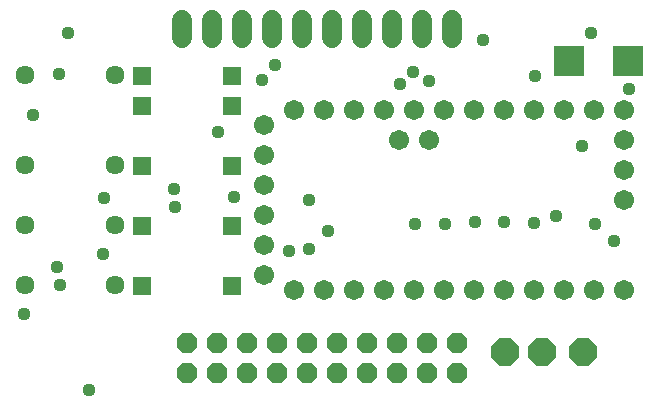
<source format=gts>
G75*
%MOIN*%
%OFA0B0*%
%FSLAX24Y24*%
%IPPOS*%
%LPD*%
%AMOC8*
5,1,8,0,0,1.08239X$1,22.5*
%
%ADD10R,0.0595X0.0595*%
%ADD11C,0.0674*%
%ADD12C,0.0634*%
%ADD13C,0.0680*%
%ADD14OC8,0.0680*%
%ADD15OC8,0.0930*%
%ADD16R,0.1025X0.1025*%
%ADD17C,0.0437*%
D10*
X005298Y004515D03*
X008298Y004515D03*
X008298Y006515D03*
X005298Y006515D03*
X005298Y008515D03*
X008298Y008515D03*
X008298Y010515D03*
X008298Y011515D03*
X005298Y011515D03*
X005298Y010515D03*
D11*
X009353Y009885D03*
X010353Y010385D03*
X011353Y010385D03*
X012353Y010385D03*
X013353Y010385D03*
X014353Y010385D03*
X015353Y010385D03*
X016353Y010385D03*
X017353Y010385D03*
X018353Y010385D03*
X019353Y010385D03*
X020353Y010385D03*
X021353Y010385D03*
X021353Y009385D03*
X021353Y008385D03*
X021353Y007385D03*
X021353Y004385D03*
X020353Y004385D03*
X019353Y004385D03*
X018353Y004385D03*
X017353Y004385D03*
X016353Y004385D03*
X015353Y004385D03*
X014353Y004385D03*
X013353Y004385D03*
X012353Y004385D03*
X011353Y004385D03*
X010353Y004385D03*
X009353Y004885D03*
X009353Y005885D03*
X009353Y006885D03*
X009353Y007885D03*
X009353Y008885D03*
X013853Y009385D03*
X014853Y009385D03*
D12*
X004396Y008546D03*
X001396Y008546D03*
X001396Y006546D03*
X004396Y006546D03*
X004396Y004546D03*
X001396Y004546D03*
X001396Y011546D03*
X004396Y011546D03*
D13*
X006636Y012789D02*
X006636Y013389D01*
X007636Y013389D02*
X007636Y012789D01*
X008636Y012789D02*
X008636Y013389D01*
X009636Y013389D02*
X009636Y012789D01*
X010636Y012789D02*
X010636Y013389D01*
X011636Y013389D02*
X011636Y012789D01*
X012636Y012789D02*
X012636Y013389D01*
X013636Y013389D02*
X013636Y012789D01*
X014636Y012789D02*
X014636Y013389D01*
X015636Y013389D02*
X015636Y012789D01*
D14*
X015794Y002641D03*
X014794Y002641D03*
X013794Y002641D03*
X012794Y002641D03*
X011794Y002641D03*
X010794Y002641D03*
X009794Y002641D03*
X008794Y002641D03*
X007794Y002641D03*
X006794Y002641D03*
X006794Y001641D03*
X007794Y001641D03*
X008794Y001641D03*
X009794Y001641D03*
X010794Y001641D03*
X011794Y001641D03*
X012794Y001641D03*
X013794Y001641D03*
X014794Y001641D03*
X015794Y001641D03*
D15*
X017396Y002341D03*
X018617Y002341D03*
X019975Y002341D03*
D16*
X019510Y012015D03*
X021479Y012015D03*
D17*
X003510Y001066D03*
X001357Y003601D03*
X002562Y004558D03*
X002455Y005168D03*
X003983Y005582D03*
X006377Y007145D03*
X006365Y007747D03*
X008353Y007491D03*
X010841Y007404D03*
X011487Y006373D03*
X010857Y005759D03*
X010188Y005708D03*
X014388Y006586D03*
X015392Y006605D03*
X016392Y006664D03*
X017361Y006664D03*
X018357Y006609D03*
X019077Y006853D03*
X020377Y006605D03*
X021006Y006034D03*
X019955Y009208D03*
X021506Y011101D03*
X020254Y012948D03*
X018384Y011523D03*
X016672Y012727D03*
X014841Y011353D03*
X014306Y011645D03*
X013892Y011247D03*
X009711Y011904D03*
X009302Y011397D03*
X007814Y009672D03*
X004010Y007460D03*
X001648Y010215D03*
X002518Y011589D03*
X002829Y012971D03*
M02*

</source>
